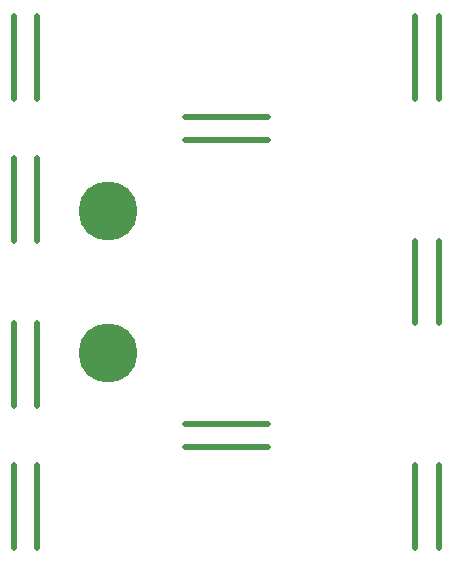
<source format=gts>
%FSTAX24Y24*%
%MOMM*%
%ADD10C,5*%
%ADD11C,0.5*%
%LPD*%
D10*
X18Y18D03*
Y3D03*
D11*
X245Y1D02*
G01*
X315D01*
X245Y12D02*
X315D01*
X245Y36D02*
X315D01*
X245Y38D02*
X315D01*
X1Y015D02*
Y085D01*
X12Y015D02*
Y085D01*
X1Y135D02*
Y205D01*
X12Y135D02*
Y205D01*
X1Y275D02*
Y345D01*
X12Y275D02*
Y345D01*
X1Y395D02*
Y465D01*
X12Y395D02*
Y465D01*
X44Y015D02*
Y085D01*
X46Y015D02*
Y085D01*
X44Y205D02*
Y275D01*
X46Y205D02*
Y275D01*
X44Y395D02*
Y465D01*
X46Y395D02*
Y465D01*
M02*

</source>
